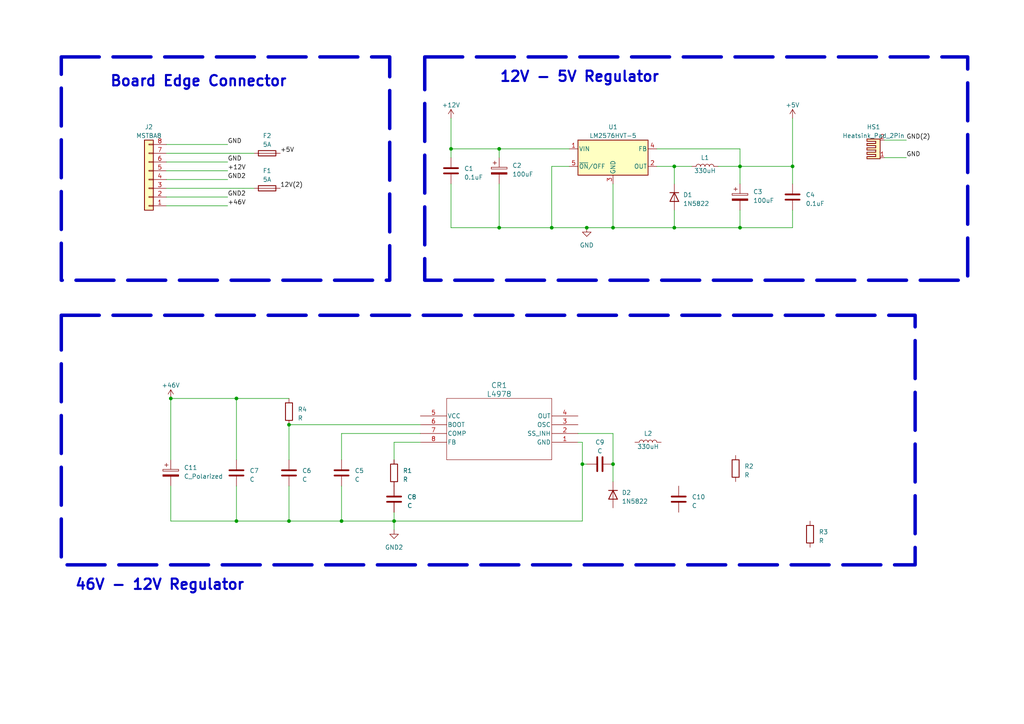
<source format=kicad_sch>
(kicad_sch (version 20230121) (generator eeschema)
  (paper "A4")
  (lib_symbols
    (symbol "2024-01-04_22-26-55:L4978" (pin_names (offset 0.254))
      (property "Reference" "CR" (at 22.86 10.16 0))
      (property "Value" "L4978" (at 22.86 7.62 0))
      (symbol "L4978_0_1"
        (polyline (pts (xy 7.62 -12.7) (xy 38.1 -12.7)) (stroke (width 0.127)))
        (polyline (pts (xy 7.62 5.08) (xy 7.62 -12.7)) (stroke (width 0.127)))
        (polyline (pts (xy 38.1 -12.7) (xy 38.1 5.08)) (stroke (width 0.127)))
        (polyline (pts (xy 38.1 5.08) (xy 7.62 5.08)) (stroke (width 0.127)))
        (pin power_out line (at 0 0 0) (length 7.62) (name "GND") (number "1"))
        (pin input line (at 0 -2.54 0) (length 7.62) (name "SS_INH") (number "2"))
        (pin output line (at 0 -5.08 0) (length 7.62) (name "OSC") (number "3"))
        (pin output line (at 0 -7.62 0) (length 7.62) (name "OUT") (number "4"))
        (pin power_in line (at 45.72 -7.62 180) (length 7.62) (name "VCC") (number "5"))
        (pin output line (at 45.72 -5.08 180) (length 7.62) (name "BOOT") (number "6"))
        (pin output line (at 45.72 -2.54 180) (length 7.62) (name "COMP") (number "7"))
        (pin input line (at 45.72 0 180) (length 7.62) (name "FB") (number "8"))
      )
    )
    (symbol "Connector_Generic:Conn_01x08" (pin_names (offset 1.016) hide)
      (property "Reference" "J" (at 0 10.16 0))
      (property "Value" "Conn_01x08" (at 0 -12.7 0))
      (symbol "Conn_01x08_1_1"
        (rectangle (start -1.27 -10.033) (end 0 -10.287) (stroke (width 0.1524)))
        (rectangle (start -1.27 -7.493) (end 0 -7.747) (stroke (width 0.1524)))
        (rectangle (start -1.27 -4.953) (end 0 -5.207) (stroke (width 0.1524)))
        (rectangle (start -1.27 -2.413) (end 0 -2.667) (stroke (width 0.1524)))
        (rectangle (start -1.27 0.127) (end 0 -0.127) (stroke (width 0.1524)))
        (rectangle (start -1.27 2.667) (end 0 2.413) (stroke (width 0.1524)))
        (rectangle (start -1.27 5.207) (end 0 4.953) (stroke (width 0.1524)))
        (rectangle (start -1.27 7.747) (end 0 7.493) (stroke (width 0.1524)))
        (rectangle (start -1.27 8.89) (end 1.27 -11.43) (stroke (width 0.254)) (fill (type background)))
        (pin passive line (at -5.08 7.62 0) (length 3.81) (name "Pin_1") (number "1"))
        (pin passive line (at -5.08 5.08 0) (length 3.81) (name "Pin_2") (number "2"))
        (pin passive line (at -5.08 2.54 0) (length 3.81) (name "Pin_3") (number "3"))
        (pin passive line (at -5.08 0 0) (length 3.81) (name "Pin_4") (number "4"))
        (pin passive line (at -5.08 -2.54 0) (length 3.81) (name "Pin_5") (number "5"))
        (pin passive line (at -5.08 -5.08 0) (length 3.81) (name "Pin_6") (number "6"))
        (pin passive line (at -5.08 -7.62 0) (length 3.81) (name "Pin_7") (number "7"))
        (pin passive line (at -5.08 -10.16 0) (length 3.81) (name "Pin_8") (number "8"))
      )
    )
    (symbol "Device:C" (pin_numbers hide) (pin_names (offset 0.254))
      (property "Reference" "C" (at 0.635 2.54 0))
      (property "Value" "C" (at 0.635 -2.54 0))
      (symbol "C_0_1"
        (polyline (pts (xy -2.032 -0.762) (xy 2.032 -0.762)) (stroke (width 0.508)))
        (polyline (pts (xy -2.032 0.762) (xy 2.032 0.762)) (stroke (width 0.508)))
      )
      (symbol "C_1_1"
        (pin passive line (at 0 3.81 270) (length 2.794) (name "~") (number "1"))
        (pin passive line (at 0 -3.81 90) (length 2.794) (name "~") (number "2"))
      )
    )
    (symbol "Device:C_Polarized" (pin_numbers hide) (pin_names (offset 0.254))
      (property "Reference" "C" (at 0.635 2.54 0))
      (property "Value" "C_Polarized" (at 0.635 -2.54 0))
      (symbol "C_Polarized_0_1"
        (rectangle (start -2.286 0.508) (end 2.286 1.016))
        (polyline (pts (xy -1.778 2.286) (xy -0.762 2.286)))
        (polyline (pts (xy -1.27 2.794) (xy -1.27 1.778)))
        (rectangle (start 2.286 -0.508) (end -2.286 -1.016) (fill (type outline)))
      )
      (symbol "C_Polarized_1_1"
        (pin passive line (at 0 3.81 270) (length 2.794) (name "~") (number "1"))
        (pin passive line (at 0 -3.81 90) (length 2.794) (name "~") (number "2"))
      )
    )
    (symbol "Device:D" (pin_numbers hide) (pin_names (offset 1.016) hide)
      (property "Reference" "D" (at 0 2.54 0))
      (property "Value" "D" (at 0 -2.54 0))
      (symbol "D_0_1"
        (polyline (pts (xy -1.27 1.27) (xy -1.27 -1.27)) (stroke (width 0.254)))
        (polyline (pts (xy 1.27 0) (xy -1.27 0)))
        (polyline (pts (xy 1.27 1.27) (xy 1.27 -1.27) (xy -1.27 0) (xy 1.27 1.27)) (stroke (width 0.254)))
      )
      (symbol "D_1_1"
        (pin passive line (at -3.81 0 0) (length 2.54) (name "K") (number "1"))
        (pin passive line (at 3.81 0 180) (length 2.54) (name "A") (number "2"))
      )
    )
    (symbol "Device:Fuse" (pin_numbers hide) (pin_names (offset 0))
      (property "Reference" "F" (at 2.032 0 90))
      (property "Value" "Fuse" (at -1.905 0 90))
      (symbol "Fuse_0_1"
        (rectangle (start -0.762 -2.54) (end 0.762 2.54) (stroke (width 0.254)))
        (polyline (pts (xy 0 2.54) (xy 0 -2.54)))
      )
      (symbol "Fuse_1_1"
        (pin passive line (at 0 3.81 270) (length 1.27) (name "~") (number "1"))
        (pin passive line (at 0 -3.81 90) (length 1.27) (name "~") (number "2"))
      )
    )
    (symbol "Device:L" (pin_numbers hide) (pin_names (offset 1.016) hide)
      (property "Reference" "L" (at -1.27 0 90))
      (property "Value" "L" (at 1.905 0 90))
      (symbol "L_0_1"
        (arc (start 0 -2.54) (mid 0.6323 -1.905) (end 0 -1.27))
        (arc (start 0 -1.27) (mid 0.6323 -0.635) (end 0 0))
        (arc (start 0 0) (mid 0.6323 0.635) (end 0 1.27))
        (arc (start 0 1.27) (mid 0.6323 1.905) (end 0 2.54))
      )
      (symbol "L_1_1"
        (pin passive line (at 0 3.81 270) (length 1.27) (name "1") (number "1"))
        (pin passive line (at 0 -3.81 90) (length 1.27) (name "2") (number "2"))
      )
    )
    (symbol "Device:R" (pin_numbers hide) (pin_names (offset 0))
      (property "Reference" "R" (at 2.032 0 90))
      (property "Value" "R" (at 0 0 90))
      (symbol "R_0_1"
        (rectangle (start -1.016 -2.54) (end 1.016 2.54) (stroke (width 0.254)))
      )
      (symbol "R_1_1"
        (pin passive line (at 0 3.81 270) (length 1.27) (name "~") (number "1"))
        (pin passive line (at 0 -3.81 90) (length 1.27) (name "~") (number "2"))
      )
    )
    (symbol "Mechanical:Heatsink_Pad_2Pin" (pin_names (offset 0))
      (property "Reference" "HS" (at 0 5.715 0))
      (property "Value" "Heatsink_Pad_2Pin" (at 0 3.81 0))
      (symbol "Heatsink_Pad_2Pin_0_1"
        (polyline (pts (xy -0.3302 0) (xy -0.9652 0) (xy -0.9652 2.54) (xy -1.6002 2.54) (xy -1.6002 0) (xy -2.2352 0) (xy -2.2352 2.54) (xy -2.8702 2.54) (xy -2.8702 -1.27) (xy -0.9652 -1.27)) (stroke (width 0.254)) (fill (type background)))
        (polyline (pts (xy -0.3302 0) (xy -0.3302 2.54) (xy 0.3048 2.54) (xy 0.3048 0) (xy 0.9398 0) (xy 0.9398 2.54) (xy 1.5748 2.54) (xy 1.5748 0) (xy 2.2098 0) (xy 2.2098 2.54) (xy 2.8448 2.54) (xy 2.8448 -1.27) (xy -0.9652 -1.27)) (stroke (width 0.254)) (fill (type background)))
      )
      (symbol "Heatsink_Pad_2Pin_1_1"
        (pin passive line (at -2.54 -2.54 90) (length 1.27) (name "~") (number "1"))
        (pin passive line (at 2.54 -2.54 90) (length 1.27) (name "~") (number "2"))
      )
    )
    (symbol "Regulator_Switching:LM2576HVT-5" (pin_names (offset 0.254))
      (property "Reference" "U" (at -10.16 6.35 0))
      (property "Value" "LM2576HVT-5" (at 0 6.35 0))
      (symbol "LM2576HVT-5_0_1"
        (rectangle (start -10.16 5.08) (end 10.16 -5.08) (stroke (width 0.254)) (fill (type background)))
      )
      (symbol "LM2576HVT-5_1_1"
        (pin power_in line (at -12.7 2.54 0) (length 2.54) (name "VIN") (number "1"))
        (pin output line (at 12.7 -2.54 180) (length 2.54) (name "OUT") (number "2"))
        (pin power_in line (at 0 -7.62 90) (length 2.54) (name "GND") (number "3"))
        (pin input line (at 12.7 2.54 180) (length 2.54) (name "FB") (number "4"))
        (pin input line (at -12.7 -2.54 0) (length 2.54) (name "~{ON}/OFF") (number "5"))
      )
    )
    (symbol "loadbank_symbol:+46V" (power) (pin_names (offset 0))
      (property "Value" "+46V" (at 0 3.556 0))
      (symbol "+46V_0_1"
        (polyline (pts (xy -0.762 1.27) (xy 0 2.54)))
        (polyline (pts (xy 0 0) (xy 0 2.54)))
        (polyline (pts (xy 0 2.54) (xy 0.762 1.27)))
      )
      (symbol "+46V_1_1"
        (pin power_in line (at 0 0 90) (length 0) hide (name "+46V") (number "1"))
      )
    )
    (symbol "power:+12V" (power) (pin_names (offset 0))
      (property "Value" "+12V" (at 0 3.556 0))
      (symbol "+12V_0_1"
        (polyline (pts (xy -0.762 1.27) (xy 0 2.54)))
        (polyline (pts (xy 0 0) (xy 0 2.54)))
        (polyline (pts (xy 0 2.54) (xy 0.762 1.27)))
      )
      (symbol "+12V_1_1"
        (pin power_in line (at 0 0 90) (length 0) hide (name "+12V") (number "1"))
      )
    )
    (symbol "power:+5V" (power) (pin_names (offset 0))
      (property "Value" "+5V" (at 0 3.556 0))
      (symbol "+5V_0_1"
        (polyline (pts (xy -0.762 1.27) (xy 0 2.54)))
        (polyline (pts (xy 0 0) (xy 0 2.54)))
        (polyline (pts (xy 0 2.54) (xy 0.762 1.27)))
      )
      (symbol "+5V_1_1"
        (pin power_in line (at 0 0 90) (length 0) hide (name "+5V") (number "1"))
      )
    )
    (symbol "power:GND" (power) (pin_names (offset 0))
      (property "Value" "GND" (at 0 -3.81 0))
      (symbol "GND_0_1"
        (polyline (pts (xy 0 0) (xy 0 -1.27) (xy 1.27 -1.27) (xy 0 -2.54) (xy -1.27 -1.27) (xy 0 -1.27)))
      )
      (symbol "GND_1_1"
        (pin power_in line (at 0 0 270) (length 0) hide (name "GND") (number "1"))
      )
    )
    (symbol "power:GND2" (power) (pin_names (offset 0))
      (property "Value" "GND2" (at 0 -3.81 0))
      (symbol "GND2_0_1"
        (polyline (pts (xy 0 0) (xy 0 -1.27) (xy 1.27 -1.27) (xy 0 -2.54) (xy -1.27 -1.27) (xy 0 -1.27)))
      )
      (symbol "GND2_1_1"
        (pin power_in line (at 0 0 270) (length 0) hide (name "GND2") (number "1"))
      )
    )
  )
  (junction (at 99.06 151.13))
  (junction (at 229.87 48.26))
  (junction (at 114.3 151.13))
  (junction (at 177.8 66.04))
  (junction (at 168.91 134.62))
  (junction (at 170.18 66.04))
  (junction (at 83.82 123.19))
  (junction (at 130.81 43.18))
  (junction (at 214.63 66.04))
  (junction (at 214.63 48.26))
  (junction (at 160.02 66.04))
  (junction (at 68.58 151.13))
  (junction (at 195.58 66.04))
  (junction (at 177.8 134.62))
  (junction (at 144.78 66.04))
  (junction (at 83.82 151.13))
  (junction (at 195.58 48.26))
  (junction (at 49.53 115.57))
  (junction (at 68.58 115.57))
  (junction (at 144.78 43.18))
  (wire (pts (xy 229.87 60.96) (xy 229.87 66.04)))
  (wire (pts (xy 114.3 151.13) (xy 168.91 151.13)))
  (wire (pts (xy 160.02 48.26) (xy 165.1 48.26)))
  (wire (pts (xy 256.54 45.72) (xy 262.89 45.72)))
  (wire (pts (xy 130.81 53.34) (xy 130.81 66.04)))
  (wire (pts (xy 177.8 134.62) (xy 177.8 139.7)))
  (wire (pts (xy 168.91 134.62) (xy 168.91 128.27)))
  (wire (pts (xy 48.26 59.69) (xy 66.04 59.69)))
  (wire (pts (xy 99.06 125.73) (xy 121.92 125.73)))
  (wire (pts (xy 49.53 140.97) (xy 49.53 151.13)))
  (wire (pts (xy 83.82 123.19) (xy 121.92 123.19)))
  (wire (pts (xy 195.58 66.04) (xy 177.8 66.04)))
  (wire (pts (xy 144.78 43.18) (xy 130.81 43.18)))
  (wire (pts (xy 48.26 54.61) (xy 73.66 54.61)))
  (wire (pts (xy 99.06 133.35) (xy 99.06 125.73)))
  (wire (pts (xy 68.58 115.57) (xy 83.82 115.57)))
  (wire (pts (xy 168.91 151.13) (xy 168.91 134.62)))
  (wire (pts (xy 195.58 60.96) (xy 195.58 66.04)))
  (wire (pts (xy 48.26 57.15) (xy 66.04 57.15)))
  (wire (pts (xy 190.5 48.26) (xy 195.58 48.26)))
  (wire (pts (xy 114.3 128.27) (xy 114.3 133.35)))
  (wire (pts (xy 114.3 151.13) (xy 114.3 153.67)))
  (wire (pts (xy 165.1 43.18) (xy 144.78 43.18)))
  (wire (pts (xy 208.28 48.26) (xy 214.63 48.26)))
  (wire (pts (xy 49.53 133.35) (xy 49.53 115.57)))
  (wire (pts (xy 229.87 48.26) (xy 229.87 53.34)))
  (wire (pts (xy 48.26 41.91) (xy 66.04 41.91)))
  (wire (pts (xy 68.58 151.13) (xy 83.82 151.13)))
  (wire (pts (xy 130.81 34.29) (xy 130.81 43.18)))
  (wire (pts (xy 49.53 115.57) (xy 68.58 115.57)))
  (wire (pts (xy 68.58 140.97) (xy 68.58 151.13)))
  (wire (pts (xy 130.81 43.18) (xy 130.81 45.72)))
  (wire (pts (xy 229.87 34.29) (xy 229.87 48.26)))
  (wire (pts (xy 195.58 48.26) (xy 200.66 48.26)))
  (wire (pts (xy 48.26 49.53) (xy 66.04 49.53)))
  (wire (pts (xy 114.3 148.59) (xy 114.3 151.13)))
  (wire (pts (xy 99.06 151.13) (xy 114.3 151.13)))
  (wire (pts (xy 256.54 40.64) (xy 262.89 40.64)))
  (wire (pts (xy 167.64 125.73) (xy 177.8 125.73)))
  (wire (pts (xy 48.26 52.07) (xy 66.04 52.07)))
  (wire (pts (xy 214.63 48.26) (xy 229.87 48.26)))
  (wire (pts (xy 214.63 66.04) (xy 195.58 66.04)))
  (wire (pts (xy 214.63 60.96) (xy 214.63 66.04)))
  (wire (pts (xy 168.91 134.62) (xy 170.18 134.62)))
  (wire (pts (xy 160.02 66.04) (xy 160.02 48.26)))
  (wire (pts (xy 83.82 140.97) (xy 83.82 151.13)))
  (wire (pts (xy 83.82 133.35) (xy 83.82 123.19)))
  (wire (pts (xy 177.8 66.04) (xy 170.18 66.04)))
  (wire (pts (xy 144.78 66.04) (xy 160.02 66.04)))
  (wire (pts (xy 48.26 44.45) (xy 73.66 44.45)))
  (wire (pts (xy 144.78 43.18) (xy 144.78 45.72)))
  (wire (pts (xy 83.82 151.13) (xy 99.06 151.13)))
  (wire (pts (xy 195.58 48.26) (xy 195.58 53.34)))
  (wire (pts (xy 144.78 53.34) (xy 144.78 66.04)))
  (wire (pts (xy 121.92 128.27) (xy 114.3 128.27)))
  (wire (pts (xy 177.8 53.34) (xy 177.8 66.04)))
  (wire (pts (xy 99.06 140.97) (xy 99.06 151.13)))
  (wire (pts (xy 160.02 66.04) (xy 170.18 66.04)))
  (wire (pts (xy 177.8 125.73) (xy 177.8 134.62)))
  (wire (pts (xy 190.5 43.18) (xy 214.63 43.18)))
  (wire (pts (xy 48.26 46.99) (xy 66.04 46.99)))
  (wire (pts (xy 49.53 151.13) (xy 68.58 151.13)))
  (wire (pts (xy 130.81 66.04) (xy 144.78 66.04)))
  (wire (pts (xy 214.63 48.26) (xy 214.63 53.34)))
  (wire (pts (xy 68.58 115.57) (xy 68.58 133.35)))
  (wire (pts (xy 229.87 66.04) (xy 214.63 66.04)))
  (wire (pts (xy 168.91 128.27) (xy 167.64 128.27)))
  (wire (pts (xy 214.63 43.18) (xy 214.63 48.26)))
  (rectangle (start 55.88 16.51) (end 55.88 16.51))
  (rectangle (start 17.78 91.44) (end 265.43 163.83) (stroke (width 1) (type dash)))
  (rectangle (start 17.78 16.51) (end 113.03 81.28) (stroke (width 1) (type dash)))
  (rectangle (start 123.19 16.51) (end 280.67 81.28) (stroke (width 1) (type dash)))
  (text "Board Edge Connector" (at 31.75 25.4 0) (effects (font (size 3 3) (thickness 0.6) bold) (justify left bottom)))
  (text "12V - 5V Regulator" (at 144.78 24.13 0) (effects (font (size 3 3) (thickness 0.6) bold) (justify left bottom)))
  (text "46V - 12V Regulator" (at 21.59 171.45 0) (effects (font (size 3 3) (thickness 0.6) bold) (justify left bottom)))
  (label "GND(2)" (at 262.89 40.64 0))
  (label "GND" (at 66.04 46.99 0))
  (label "GND" (at 66.04 41.91 0))
  (label "GND" (at 262.89 45.72 0))
  (label "GND2" (at 66.04 52.07 0))
  (label "GND2" (at 66.04 57.15 0))
  (label "+46V" (at 66.04 59.69 0))
  (label "+12V" (at 66.04 49.53 0))
  (label "+5V" (at 81.28 44.45 0))
  (label "12V(2)" (at 81.28 54.61 0))
  (symbol (lib_id "Device:Fuse") (at 77.47 44.45 90) (unit 1)
    (property "Reference" "F2" (at 77.47 39.37 90))
    (property "Value" "5A" (at 77.47 41.91 90))
    (property "Footprint" "Fuse:Fuseholder_Blade_Mini_Keystone_3568" (effects hide))
  )
  (symbol (lib_id "Device:C") (at 114.3 144.78 0) (unit 1)
    (property "Reference" "C8" (at 118.11 144.145 0) (effects (justify left)))
    (property "Value" "C" (at 118.11 146.685 0) (effects (justify left)))
  )
  (symbol (lib_id "Device:R") (at 83.82 119.38 0) (unit 1)
    (property "Reference" "R4" (at 86.36 118.745 0) (effects (justify left)))
    (property "Value" "R" (at 86.36 121.285 0) (effects (justify left)))
  )
  (symbol (lib_id "Device:C_Polarized") (at 144.78 49.53 0) (unit 1)
    (property "Reference" "C2" (at 148.59 48.006 0) (effects (justify left)))
    (property "Value" "100uF" (at 148.59 50.546 0) (effects (justify left)))
    (property "Footprint" "Capacitor_THT:CP_Radial_D8.0mm_P3.50mm" (effects hide))
  )
  (symbol (lib_id "Device:C") (at 130.81 49.53 0) (unit 1)
    (property "Reference" "C1" (at 134.62 48.895 0) (effects (justify left)))
    (property "Value" "0.1uF" (at 134.62 51.435 0) (effects (justify left)))
    (property "Footprint" "Capacitor_SMD:C_0805_2012Metric" (effects hide))
  )
  (symbol (lib_id "Device:Fuse") (at 77.47 54.61 90) (unit 1)
    (property "Reference" "F1" (at 77.47 49.53 90))
    (property "Value" "5A" (at 77.47 52.07 90))
    (property "Footprint" "Fuse:Fuseholder_Blade_Mini_Keystone_3568" (effects hide))
  )
  (symbol (lib_id "power:GND") (at 170.18 66.04 0) (unit 1)
    (property "Reference" "#PWR01" (effects hide))
    (property "Value" "GND" (at 170.18 71.12 0))
  )
  (symbol (lib_id "Device:R") (at 234.95 154.94 0) (unit 1)
    (property "Reference" "R3" (at 237.49 154.305 0) (effects (justify left)))
    (property "Value" "R" (at 237.49 156.845 0) (effects (justify left)))
  )
  (symbol (lib_id "Device:D") (at 177.8 143.51 270) (unit 1)
    (property "Reference" "D2" (at 180.34 142.875 90) (effects (justify left)))
    (property "Value" "1N5822" (at 180.34 145.415 90) (effects (justify left)))
    (property "Footprint" "Diode_THT:D_DO-201AD_P15.24mm_Horizontal" (effects hide))
    (property "Sim.Device" "D" (effects hide))
    (property "Sim.Pins" "1=K 2=A" (effects hide))
  )
  (symbol (lib_id "Connector_Generic:Conn_01x08") (at 43.18 52.07 180) (unit 1)
    (property "Reference" "J2" (at 43.18 36.83 0))
    (property "Value" "MSTBA8" (at 43.18 39.37 0))
    (property "Footprint" "Connector_Phoenix_MSTB:PhoenixContact_MSTBA_2,5_8-G-5,08_1x08_P5.08mm_Horizontal" (effects hide))
  )
  (symbol (lib_id "Device:R") (at 114.3 137.16 0) (unit 1)
    (property "Reference" "R1" (at 116.84 136.525 0) (effects (justify left)))
    (property "Value" "R" (at 116.84 139.065 0) (effects (justify left)))
  )
  (symbol (lib_id "Device:D") (at 195.58 57.15 270) (unit 1)
    (property "Reference" "D1" (at 198.12 56.515 90) (effects (justify left)))
    (property "Value" "1N5822" (at 198.12 59.055 90) (effects (justify left)))
    (property "Footprint" "Diode_THT:D_DO-201AD_P15.24mm_Horizontal" (effects hide))
    (property "Sim.Device" "D" (effects hide))
    (property "Sim.Pins" "1=K 2=A" (effects hide))
  )
  (symbol (lib_id "Device:C_Polarized") (at 49.53 137.16 0) (unit 1)
    (property "Reference" "C11" (at 53.34 135.636 0) (effects (justify left)))
    (property "Value" "C_Polarized" (at 53.34 138.176 0) (effects (justify left)))
  )
  (symbol (lib_id "Device:C") (at 196.85 144.78 180) (unit 1)
    (property "Reference" "C10" (at 200.66 144.145 0) (effects (justify right)))
    (property "Value" "C" (at 200.66 146.685 0) (effects (justify right)))
  )
  (symbol (lib_id "Device:C") (at 229.87 57.15 0) (unit 1)
    (property "Reference" "C4" (at 233.68 56.515 0) (effects (justify left)))
    (property "Value" "0.1uF" (at 233.68 59.055 0) (effects (justify left)))
    (property "Footprint" "Capacitor_SMD:C_0805_2012Metric" (effects hide))
  )
  (symbol (lib_id "Device:R") (at 213.36 135.89 0) (unit 1)
    (property "Reference" "R2" (at 215.9 135.255 0) (effects (justify left)))
    (property "Value" "R" (at 215.9 137.795 0) (effects (justify left)))
  )
  (symbol (lib_id "Regulator_Switching:LM2576HVT-5") (at 177.8 45.72 0) (unit 1)
    (property "Reference" "U1" (at 177.8 36.83 0))
    (property "Value" "LM2576HVT-5" (at 177.8 39.37 0))
    (property "Footprint" "Package_TO_SOT_THT:TO-220-5_P3.4x3.7mm_StaggerOdd_Lead3.8mm_Vertical" (effects hide))
    (property "Datasheet" "http://www.ti.com/lit/ds/symlink/lm2576.pdf" (effects hide))
  )
  (symbol (lib_id "power:+5V") (at 229.87 34.29 0) (unit 1)
    (property "Reference" "#PWR03" (effects hide))
    (property "Value" "+5V" (at 229.87 30.48 0))
  )
  (symbol (lib_id "Device:L") (at 187.96 128.27 90) (unit 1)
    (property "Reference" "L2" (at 187.96 125.73 90))
    (property "Value" "330uH" (at 187.96 129.54 90))
    (property "Footprint" "loadbank:IND_HCTI-220-5.8" (effects hide))
  )
  (symbol (lib_id "power:+12V") (at 130.81 34.29 0) (unit 1)
    (property "Reference" "#PWR02" (effects hide))
    (property "Value" "+12V" (at 130.81 30.48 0))
  )
  (symbol (lib_id "power:GND2") (at 114.3 153.67 0) (unit 1)
    (property "Reference" "#PWR04" (effects hide))
    (property "Value" "GND2" (at 114.3 158.75 0))
  )
  (symbol (lib_id "2024-01-04_22-26-55:L4978") (at 167.64 128.27 180) (unit 1)
    (property "Reference" "CR1" (at 144.78 111.76 0) (effects (font (size 1.524 1.524))))
    (property "Value" "L4978" (at 144.78 114.3 0) (effects (font (size 1.524 1.524))))
    (property "Footprint" "DIP-8_STM" (effects hide))
    (property "Datasheet" "L4978" (effects hide))
  )
  (symbol (lib_id "Device:C") (at 68.58 137.16 0) (unit 1)
    (property "Reference" "C7" (at 72.39 136.525 0) (effects (justify left)))
    (property "Value" "C" (at 72.39 139.065 0) (effects (justify left)))
  )
  (symbol (lib_id "Device:C_Polarized") (at 214.63 57.15 0) (unit 1)
    (property "Reference" "C3" (at 218.44 55.626 0) (effects (justify left)))
    (property "Value" "100uF" (at 218.44 58.166 0) (effects (justify left)))
    (property "Footprint" "Capacitor_THT:CP_Radial_D8.0mm_P3.50mm" (effects hide))
  )
  (symbol (lib_id "Device:L") (at 204.47 48.26 90) (unit 1)
    (property "Reference" "L1" (at 204.47 45.72 90))
    (property "Value" "330uH" (at 204.47 49.53 90))
    (property "Footprint" "loadbank:IND_HCTI-220-5.8" (effects hide))
  )
  (symbol (lib_id "Device:C") (at 99.06 137.16 0) (unit 1)
    (property "Reference" "C5" (at 102.87 136.525 0) (effects (justify left)))
    (property "Value" "C" (at 102.87 139.065 0) (effects (justify left)))
  )
  (symbol (lib_id "loadbank_symbol:+46V") (at 49.53 115.57 0) (unit 1)
    (property "Reference" "#PWR06" (effects hide))
    (property "Value" "+46V" (at 49.53 111.76 0))
  )
  (symbol (lib_id "Device:C") (at 173.99 134.62 90) (unit 1)
    (property "Reference" "C9" (at 173.99 128.27 90))
    (property "Value" "C" (at 173.99 130.81 90))
  )
  (symbol (lib_id "Device:C") (at 83.82 137.16 0) (unit 1)
    (property "Reference" "C6" (at 87.63 136.525 0) (effects (justify left)))
    (property "Value" "C" (at 87.63 139.065 0) (effects (justify left)))
  )
  (symbol (lib_id "Mechanical:Heatsink_Pad_2Pin") (at 254 43.18 90) (unit 1)
    (property "Reference" "HS1" (at 253.365 36.83 90))
    (property "Value" "Heatsink_Pad_2Pin" (at 253.365 39.37 90))
    (property "Footprint" "Heatsink:Heatsink_Fischer_SK129-STS_42x25mm_2xDrill2.5mm" (effects hide))
  )
)
</source>
